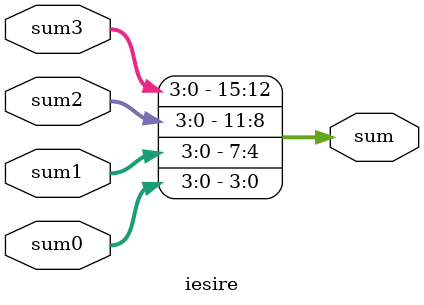
<source format=v>
`timescale 1ns / 1ps


module iesire(
    input [3:0] sum0, sum1, sum2, sum3,
    output [15:0] sum
);

    assign sum[3:0] = sum0;
    assign sum[7:4] = sum1;
    assign sum[11:8] = sum2;
    assign sum[15:12] = sum3;
endmodule

</source>
